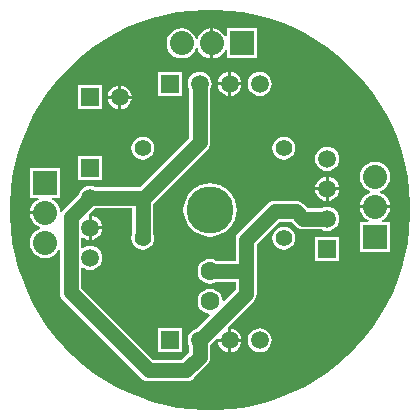
<source format=gbl>
G04 Layer_Physical_Order=2*
G04 Layer_Color=16711680*
%FSAX23Y23*%
%MOIN*%
G70*
G01*
G75*
%ADD11R,0.080X0.080*%
%ADD12C,0.080*%
%ADD13C,0.059*%
%ADD14R,0.059X0.059*%
%ADD15C,0.055*%
%ADD16R,0.059X0.059*%
%ADD17C,0.063*%
%ADD18C,0.059*%
%ADD19R,0.080X0.080*%
%ADD20C,0.157*%
%ADD21C,0.050*%
G36*
X04885Y04359D02*
X04929Y04354D01*
X04972Y04345D01*
X05014Y04334D01*
X05055Y04320D01*
X05096Y04303D01*
X05135Y04284D01*
X05173Y04262D01*
X05209Y04238D01*
X05244Y04211D01*
X05276Y04182D01*
X05307Y04151D01*
X05336Y04119D01*
X05363Y04084D01*
X05387Y04048D01*
X05409Y04010D01*
X05428Y03971D01*
X05445Y03930D01*
X05459Y03889D01*
X05470Y03847D01*
X05479Y03804D01*
X05484Y03760D01*
X05487Y03717D01*
Y03673D01*
X05484Y03630D01*
X05479Y03586D01*
X05470Y03543D01*
X05459Y03501D01*
X05445Y03460D01*
X05428Y03419D01*
X05409Y03380D01*
X05387Y03342D01*
X05363Y03306D01*
X05336Y03271D01*
X05307Y03239D01*
X05276Y03208D01*
X05244Y03179D01*
X05209Y03152D01*
X05173Y03128D01*
X05135Y03106D01*
X05096Y03087D01*
X05055Y03070D01*
X05014Y03056D01*
X04972Y03045D01*
X04929Y03036D01*
X04885Y03031D01*
X04842Y03028D01*
X04798D01*
X04755Y03031D01*
X04711Y03036D01*
X04668Y03045D01*
X04626Y03056D01*
X04585Y03070D01*
X04544Y03087D01*
X04505Y03106D01*
X04467Y03128D01*
X04431Y03152D01*
X04396Y03179D01*
X04364Y03208D01*
X04333Y03239D01*
X04304Y03271D01*
X04277Y03306D01*
X04253Y03342D01*
X04231Y03380D01*
X04212Y03419D01*
X04195Y03460D01*
X04181Y03501D01*
X04170Y03543D01*
X04161Y03586D01*
X04156Y03630D01*
X04153Y03673D01*
Y03717D01*
X04156Y03760D01*
X04161Y03804D01*
X04170Y03847D01*
X04181Y03889D01*
X04195Y03930D01*
X04212Y03971D01*
X04231Y04010D01*
X04253Y04048D01*
X04277Y04084D01*
X04304Y04119D01*
X04333Y04151D01*
X04364Y04182D01*
X04396Y04211D01*
X04431Y04238D01*
X04467Y04262D01*
X04505Y04284D01*
X04544Y04303D01*
X04585Y04320D01*
X04626Y04334D01*
X04668Y04345D01*
X04711Y04354D01*
X04755Y04359D01*
X04798Y04362D01*
X04842D01*
X04885Y04359D01*
D02*
G37*
%LPC*%
G36*
X04425Y03674D02*
Y03640D01*
X04459D01*
X04459Y03645D01*
X04455Y03655D01*
X04448Y03663D01*
X04440Y03670D01*
X04430Y03674D01*
X04425Y03674D01*
D02*
G37*
G36*
X05370Y03855D02*
X05357Y03854D01*
X05345Y03849D01*
X05334Y03841D01*
X05326Y03830D01*
X05321Y03818D01*
X05320Y03805D01*
X05321Y03792D01*
X05326Y03780D01*
X05334Y03769D01*
X05345Y03761D01*
X05354Y03758D01*
Y03752D01*
X05345Y03749D01*
X05334Y03741D01*
X05326Y03730D01*
X05321Y03718D01*
X05320Y03710D01*
X05370D01*
X05420D01*
X05419Y03718D01*
X05414Y03730D01*
X05406Y03741D01*
X05395Y03749D01*
X05386Y03752D01*
Y03758D01*
X05395Y03761D01*
X05406Y03769D01*
X05414Y03780D01*
X05419Y03792D01*
X05420Y03805D01*
X05419Y03818D01*
X05414Y03830D01*
X05406Y03841D01*
X05395Y03849D01*
X05383Y03854D01*
X05370Y03855D01*
D02*
G37*
G36*
X04459Y03630D02*
X04425D01*
Y03596D01*
X04430Y03596D01*
X04440Y03600D01*
X04448Y03607D01*
X04455Y03615D01*
X04459Y03625D01*
X04459Y03630D01*
D02*
G37*
G36*
X04820Y03784D02*
X04803Y03782D01*
X04786Y03777D01*
X04770Y03769D01*
X04757Y03758D01*
X04746Y03745D01*
X04738Y03729D01*
X04733Y03712D01*
X04731Y03695D01*
X04733Y03678D01*
X04738Y03661D01*
X04746Y03645D01*
X04757Y03632D01*
X04770Y03621D01*
X04786Y03613D01*
X04803Y03608D01*
X04820Y03606D01*
X04837Y03608D01*
X04854Y03613D01*
X04870Y03621D01*
X04883Y03632D01*
X04894Y03645D01*
X04902Y03661D01*
X04907Y03678D01*
X04909Y03695D01*
X04907Y03712D01*
X04902Y03729D01*
X04894Y03745D01*
X04883Y03758D01*
X04870Y03769D01*
X04854Y03777D01*
X04837Y03782D01*
X04820Y03784D01*
D02*
G37*
G36*
X05205Y03804D02*
X05200Y03804D01*
X05190Y03800D01*
X05182Y03793D01*
X05175Y03785D01*
X05171Y03775D01*
X05171Y03770D01*
X05205D01*
Y03804D01*
D02*
G37*
G36*
X05215D02*
Y03770D01*
X05249D01*
X05249Y03775D01*
X05245Y03785D01*
X05238Y03793D01*
X05230Y03800D01*
X05220Y03804D01*
X05215Y03804D01*
D02*
G37*
G36*
X05205Y03760D02*
X05171D01*
X05171Y03755D01*
X05175Y03745D01*
X05182Y03737D01*
X05190Y03730D01*
X05200Y03726D01*
X05205Y03726D01*
Y03760D01*
D02*
G37*
G36*
X05249D02*
X05215D01*
Y03726D01*
X05220Y03726D01*
X05230Y03730D01*
X05238Y03737D01*
X05245Y03745D01*
X05249Y03755D01*
X05249Y03760D01*
D02*
G37*
G36*
X04880Y03255D02*
X04846D01*
X04846Y03250D01*
X04850Y03240D01*
X04857Y03232D01*
X04865Y03225D01*
X04875Y03221D01*
X04880Y03221D01*
Y03255D01*
D02*
G37*
G36*
X04924D02*
X04890D01*
Y03221D01*
X04895Y03221D01*
X04905Y03225D01*
X04913Y03232D01*
X04920Y03240D01*
X04924Y03250D01*
X04924Y03255D01*
D02*
G37*
G36*
X04985Y03300D02*
X04975Y03299D01*
X04965Y03295D01*
X04957Y03288D01*
X04950Y03280D01*
X04946Y03270D01*
X04945Y03260D01*
X04946Y03250D01*
X04950Y03240D01*
X04957Y03232D01*
X04965Y03225D01*
X04975Y03221D01*
X04985Y03220D01*
X04995Y03221D01*
X05005Y03225D01*
X05013Y03232D01*
X05020Y03240D01*
X05024Y03250D01*
X05025Y03260D01*
X05024Y03270D01*
X05020Y03280D01*
X05013Y03288D01*
X05005Y03295D01*
X04995Y03299D01*
X04985Y03300D01*
D02*
G37*
G36*
X04725Y03300D02*
X04645D01*
Y03220D01*
X04725D01*
Y03300D01*
D02*
G37*
G36*
X05420Y03700D02*
X05370D01*
X05320D01*
X05321Y03692D01*
X05326Y03680D01*
X05334Y03669D01*
X05345Y03661D01*
X05348Y03660D01*
X05347Y03655D01*
X05320D01*
Y03555D01*
X05420D01*
Y03655D01*
X05393D01*
X05392Y03660D01*
X05395Y03661D01*
X05406Y03669D01*
X05414Y03680D01*
X05419Y03692D01*
X05420Y03700D01*
D02*
G37*
G36*
X05065Y03638D02*
X05055Y03637D01*
X05046Y03633D01*
X05038Y03627D01*
X05032Y03619D01*
X05028Y03610D01*
X05027Y03600D01*
X05028Y03590D01*
X05032Y03581D01*
X05038Y03573D01*
X05046Y03567D01*
X05055Y03563D01*
X05065Y03562D01*
X05075Y03563D01*
X05084Y03567D01*
X05092Y03573D01*
X05098Y03581D01*
X05102Y03590D01*
X05103Y03600D01*
X05102Y03610D01*
X05098Y03619D01*
X05092Y03627D01*
X05084Y03633D01*
X05075Y03637D01*
X05065Y03638D01*
D02*
G37*
G36*
X04890Y03299D02*
Y03265D01*
X04924D01*
X04924Y03270D01*
X04920Y03280D01*
X04913Y03288D01*
X04905Y03295D01*
X04895Y03299D01*
X04890Y03299D01*
D02*
G37*
G36*
X05250Y03605D02*
X05170D01*
Y03525D01*
X05250D01*
Y03605D01*
D02*
G37*
G36*
X04785Y04155D02*
X04775Y04154D01*
X04765Y04150D01*
X04757Y04143D01*
X04750Y04135D01*
X04746Y04125D01*
X04745Y04115D01*
X04746Y04105D01*
X04750Y04097D01*
Y03935D01*
X04585Y03770D01*
X04438D01*
X04430Y03774D01*
X04420Y03775D01*
X04410Y03774D01*
X04400Y03770D01*
X04392Y03763D01*
X04385Y03755D01*
X04382Y03747D01*
X04330Y03695D01*
X04325Y03688D01*
X04322Y03689D01*
X04320Y03690D01*
X04319Y03698D01*
X04314Y03710D01*
X04306Y03721D01*
X04295Y03729D01*
X04292Y03730D01*
X04293Y03735D01*
X04320D01*
Y03835D01*
X04220D01*
Y03735D01*
X04247D01*
X04248Y03730D01*
X04245Y03729D01*
X04234Y03721D01*
X04226Y03710D01*
X04221Y03698D01*
X04220Y03690D01*
X04270D01*
Y03680D01*
X04220D01*
X04221Y03672D01*
X04226Y03660D01*
X04234Y03649D01*
X04245Y03641D01*
X04254Y03638D01*
Y03632D01*
X04245Y03629D01*
X04234Y03621D01*
X04226Y03610D01*
X04221Y03598D01*
X04220Y03585D01*
X04221Y03572D01*
X04226Y03560D01*
X04234Y03549D01*
X04245Y03541D01*
X04257Y03536D01*
X04270Y03535D01*
X04283Y03536D01*
X04295Y03541D01*
X04306Y03549D01*
X04314Y03560D01*
X04315Y03562D01*
X04320Y03561D01*
Y03420D01*
X04321Y03411D01*
X04324Y03402D01*
X04330Y03395D01*
X04590Y03135D01*
X04597Y03129D01*
X04606Y03126D01*
X04615Y03125D01*
X04740D01*
X04749Y03126D01*
X04758Y03129D01*
X04765Y03135D01*
X04810Y03180D01*
X04816Y03187D01*
X04819Y03196D01*
X04820Y03205D01*
Y03242D01*
X04823Y03248D01*
X04841Y03266D01*
X04843Y03265D01*
X04880D01*
Y03302D01*
X04879Y03304D01*
X04965Y03390D01*
X04971Y03397D01*
X04974Y03406D01*
X04975Y03415D01*
Y03490D01*
Y03580D01*
X05050Y03655D01*
X05090D01*
X05105Y03640D01*
X05112Y03634D01*
X05121Y03631D01*
X05130Y03630D01*
X05192D01*
X05200Y03626D01*
X05210Y03625D01*
X05220Y03626D01*
X05230Y03630D01*
X05238Y03637D01*
X05245Y03645D01*
X05249Y03655D01*
X05250Y03665D01*
X05249Y03675D01*
X05245Y03685D01*
X05238Y03693D01*
X05230Y03700D01*
X05220Y03704D01*
X05210Y03705D01*
X05200Y03704D01*
X05192Y03700D01*
X05145D01*
X05130Y03715D01*
X05123Y03721D01*
X05114Y03724D01*
X05105Y03725D01*
X05035D01*
X05026Y03724D01*
X05017Y03721D01*
X05010Y03715D01*
X04915Y03620D01*
X04909Y03613D01*
X04906Y03604D01*
X04905Y03595D01*
Y03525D01*
X04842D01*
X04841Y03526D01*
X04831Y03530D01*
X04820Y03532D01*
X04809Y03530D01*
X04799Y03526D01*
X04790Y03520D01*
X04784Y03511D01*
X04780Y03501D01*
X04778Y03490D01*
X04780Y03479D01*
X04784Y03469D01*
X04790Y03460D01*
X04799Y03454D01*
X04809Y03450D01*
X04820Y03448D01*
X04831Y03450D01*
X04841Y03454D01*
X04842Y03455D01*
X04905D01*
Y03430D01*
X04867Y03392D01*
X04861Y03393D01*
X04860Y03401D01*
X04856Y03411D01*
X04850Y03420D01*
X04841Y03426D01*
X04831Y03430D01*
X04820Y03432D01*
X04809Y03430D01*
X04799Y03426D01*
X04790Y03420D01*
X04784Y03411D01*
X04780Y03401D01*
X04778Y03390D01*
X04780Y03379D01*
X04784Y03369D01*
X04790Y03360D01*
X04799Y03354D01*
X04809Y03350D01*
X04817Y03349D01*
X04818Y03343D01*
X04773Y03298D01*
X04765Y03295D01*
X04757Y03288D01*
X04750Y03280D01*
X04746Y03270D01*
X04745Y03260D01*
X04746Y03250D01*
X04750Y03242D01*
Y03220D01*
X04725Y03195D01*
X04630D01*
X04390Y03435D01*
Y03502D01*
X04395Y03504D01*
X04400Y03500D01*
X04410Y03496D01*
X04420Y03495D01*
X04430Y03496D01*
X04440Y03500D01*
X04448Y03507D01*
X04455Y03515D01*
X04459Y03525D01*
X04460Y03535D01*
X04459Y03545D01*
X04455Y03555D01*
X04448Y03563D01*
X04440Y03570D01*
X04430Y03574D01*
X04420Y03575D01*
X04410Y03574D01*
X04400Y03570D01*
X04395Y03566D01*
X04390Y03568D01*
Y03602D01*
X04395Y03604D01*
X04400Y03600D01*
X04410Y03596D01*
X04415Y03596D01*
Y03635D01*
Y03677D01*
X04414Y03679D01*
X04432Y03697D01*
X04438Y03700D01*
X04560D01*
Y03613D01*
X04558Y03610D01*
X04557Y03600D01*
X04558Y03590D01*
X04562Y03581D01*
X04568Y03573D01*
X04576Y03567D01*
X04585Y03563D01*
X04595Y03562D01*
X04605Y03563D01*
X04614Y03567D01*
X04622Y03573D01*
X04628Y03581D01*
X04632Y03590D01*
X04633Y03600D01*
X04632Y03610D01*
X04630Y03613D01*
Y03715D01*
X04810Y03895D01*
X04816Y03902D01*
X04819Y03911D01*
X04820Y03920D01*
Y04097D01*
X04824Y04105D01*
X04825Y04115D01*
X04824Y04125D01*
X04820Y04135D01*
X04813Y04143D01*
X04805Y04150D01*
X04795Y04154D01*
X04785Y04155D01*
D02*
G37*
G36*
X04880Y04110D02*
X04846D01*
X04846Y04105D01*
X04850Y04095D01*
X04857Y04087D01*
X04865Y04080D01*
X04875Y04076D01*
X04880Y04076D01*
Y04110D01*
D02*
G37*
G36*
X04924D02*
X04890D01*
Y04076D01*
X04895Y04076D01*
X04905Y04080D01*
X04913Y04087D01*
X04920Y04095D01*
X04924Y04105D01*
X04924Y04110D01*
D02*
G37*
G36*
X04985Y04155D02*
X04975Y04154D01*
X04965Y04150D01*
X04957Y04143D01*
X04950Y04135D01*
X04946Y04125D01*
X04945Y04115D01*
X04946Y04105D01*
X04950Y04095D01*
X04957Y04087D01*
X04965Y04080D01*
X04975Y04076D01*
X04985Y04075D01*
X04995Y04076D01*
X05005Y04080D01*
X05013Y04087D01*
X05020Y04095D01*
X05024Y04105D01*
X05025Y04115D01*
X05024Y04125D01*
X05020Y04135D01*
X05013Y04143D01*
X05005Y04150D01*
X04995Y04154D01*
X04985Y04155D01*
D02*
G37*
G36*
X04725Y04155D02*
X04645D01*
Y04075D01*
X04725D01*
Y04155D01*
D02*
G37*
G36*
X04725Y04300D02*
X04712Y04299D01*
X04700Y04294D01*
X04689Y04286D01*
X04681Y04275D01*
X04676Y04263D01*
X04675Y04250D01*
X04676Y04237D01*
X04681Y04225D01*
X04689Y04214D01*
X04700Y04206D01*
X04712Y04201D01*
X04725Y04200D01*
X04738Y04201D01*
X04750Y04206D01*
X04761Y04214D01*
X04769Y04225D01*
X04772Y04234D01*
X04778D01*
X04781Y04225D01*
X04789Y04214D01*
X04800Y04206D01*
X04812Y04201D01*
X04820Y04200D01*
Y04250D01*
Y04300D01*
X04812Y04299D01*
X04800Y04294D01*
X04789Y04286D01*
X04781Y04275D01*
X04778Y04266D01*
X04772D01*
X04769Y04275D01*
X04761Y04286D01*
X04750Y04294D01*
X04738Y04299D01*
X04725Y04300D01*
D02*
G37*
G36*
X04975Y04300D02*
X04875D01*
Y04273D01*
X04870Y04272D01*
X04869Y04275D01*
X04861Y04286D01*
X04850Y04294D01*
X04838Y04299D01*
X04830Y04300D01*
Y04250D01*
Y04200D01*
X04838Y04201D01*
X04850Y04206D01*
X04861Y04214D01*
X04869Y04225D01*
X04870Y04228D01*
X04875Y04227D01*
Y04200D01*
X04975D01*
Y04300D01*
D02*
G37*
G36*
X04880Y04154D02*
X04875Y04154D01*
X04865Y04150D01*
X04857Y04143D01*
X04850Y04135D01*
X04846Y04125D01*
X04846Y04120D01*
X04880D01*
Y04154D01*
D02*
G37*
G36*
X04890D02*
Y04120D01*
X04924D01*
X04924Y04125D01*
X04920Y04135D01*
X04913Y04143D01*
X04905Y04150D01*
X04895Y04154D01*
X04890Y04154D01*
D02*
G37*
G36*
X04523Y04109D02*
Y04075D01*
X04558D01*
X04557Y04080D01*
X04553Y04090D01*
X04547Y04098D01*
X04538Y04105D01*
X04529Y04109D01*
X04523Y04109D01*
D02*
G37*
G36*
X04595Y03938D02*
X04585Y03937D01*
X04576Y03933D01*
X04568Y03927D01*
X04562Y03919D01*
X04558Y03910D01*
X04557Y03900D01*
X04558Y03890D01*
X04562Y03881D01*
X04568Y03873D01*
X04576Y03867D01*
X04585Y03863D01*
X04595Y03862D01*
X04605Y03863D01*
X04614Y03867D01*
X04622Y03873D01*
X04628Y03881D01*
X04632Y03890D01*
X04633Y03900D01*
X04632Y03910D01*
X04628Y03919D01*
X04622Y03927D01*
X04614Y03933D01*
X04605Y03937D01*
X04595Y03938D01*
D02*
G37*
G36*
X05065D02*
X05055Y03937D01*
X05046Y03933D01*
X05038Y03927D01*
X05032Y03919D01*
X05028Y03910D01*
X05027Y03900D01*
X05028Y03890D01*
X05032Y03881D01*
X05038Y03873D01*
X05046Y03867D01*
X05055Y03863D01*
X05065Y03862D01*
X05075Y03863D01*
X05084Y03867D01*
X05092Y03873D01*
X05098Y03881D01*
X05102Y03890D01*
X05103Y03900D01*
X05102Y03910D01*
X05098Y03919D01*
X05092Y03927D01*
X05084Y03933D01*
X05075Y03937D01*
X05065Y03938D01*
D02*
G37*
G36*
X04460Y03875D02*
X04380D01*
Y03795D01*
X04460D01*
Y03875D01*
D02*
G37*
G36*
X05210Y03905D02*
X05200Y03904D01*
X05190Y03900D01*
X05182Y03893D01*
X05175Y03885D01*
X05171Y03875D01*
X05170Y03865D01*
X05171Y03855D01*
X05175Y03845D01*
X05182Y03837D01*
X05190Y03830D01*
X05200Y03826D01*
X05210Y03825D01*
X05220Y03826D01*
X05230Y03830D01*
X05238Y03837D01*
X05245Y03845D01*
X05249Y03855D01*
X05250Y03865D01*
X05249Y03875D01*
X05245Y03885D01*
X05238Y03893D01*
X05230Y03900D01*
X05220Y03904D01*
X05210Y03905D01*
D02*
G37*
G36*
X04558Y04065D02*
X04523D01*
Y04031D01*
X04529Y04031D01*
X04538Y04035D01*
X04547Y04042D01*
X04553Y04050D01*
X04557Y04060D01*
X04558Y04065D01*
D02*
G37*
G36*
X04513Y04109D02*
X04508Y04109D01*
X04498Y04105D01*
X04490Y04098D01*
X04484Y04090D01*
X04480Y04080D01*
X04479Y04075D01*
X04513D01*
Y04109D01*
D02*
G37*
G36*
X04460Y04110D02*
X04380D01*
Y04030D01*
X04460D01*
Y04110D01*
D02*
G37*
G36*
X04513Y04065D02*
X04479D01*
X04480Y04060D01*
X04484Y04050D01*
X04490Y04042D01*
X04498Y04035D01*
X04508Y04031D01*
X04513Y04031D01*
Y04065D01*
D02*
G37*
%LPD*%
D11*
X04270Y03785D02*
D03*
X05370Y03605D02*
D03*
D12*
X04270Y03685D02*
D03*
Y03585D02*
D03*
X05370Y03705D02*
D03*
Y03805D02*
D03*
X04825Y04250D02*
D03*
X04725D02*
D03*
D13*
X04985Y03260D02*
D03*
X04885D02*
D03*
X04785D02*
D03*
X04420Y03535D02*
D03*
Y03635D02*
D03*
Y03735D02*
D03*
X04985Y04115D02*
D03*
X04885D02*
D03*
X04785D02*
D03*
X05210Y03865D02*
D03*
Y03765D02*
D03*
Y03665D02*
D03*
D14*
X04685Y03260D02*
D03*
Y04115D02*
D03*
X04420Y04070D02*
D03*
D15*
X04595Y03900D02*
D03*
Y03600D02*
D03*
X05065Y03900D02*
D03*
Y03600D02*
D03*
D16*
X04420Y03835D02*
D03*
X05210Y03565D02*
D03*
D17*
X04820Y03490D02*
D03*
Y03390D02*
D03*
D18*
X04518Y04070D02*
D03*
D19*
X04925Y04250D02*
D03*
D20*
X04820Y03695D02*
D03*
D21*
X04600Y03735D02*
X04785Y03920D01*
X04595Y03730D02*
X04600Y03735D01*
X04595Y03600D02*
Y03730D01*
X04940Y03490D02*
Y03595D01*
Y03415D02*
Y03490D01*
X04820D02*
X04940D01*
X04355Y03670D02*
X04420Y03735D01*
X04355Y03420D02*
Y03670D01*
Y03420D02*
X04615Y03160D01*
X04740D01*
X04785Y03205D01*
Y03260D01*
X04940Y03415D01*
Y03595D02*
X05035Y03690D01*
X05105D01*
X05130Y03665D01*
X05210D01*
X04420Y03735D02*
X04600D01*
X04785Y03920D02*
Y04115D01*
M02*

</source>
